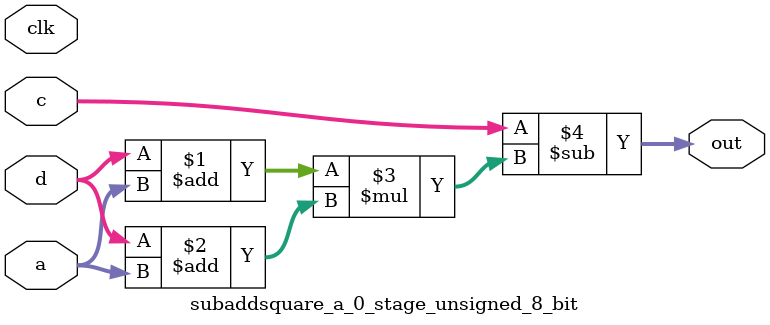
<source format=sv>
(* use_dsp = "yes" *) module subaddsquare_a_0_stage_unsigned_8_bit(
	input  [7:0] a,
	input  [7:0] c,
	input  [7:0] d,
	output [7:0] out,
	input clk);

	assign out = c - ((d + a) * (d + a));
endmodule

</source>
